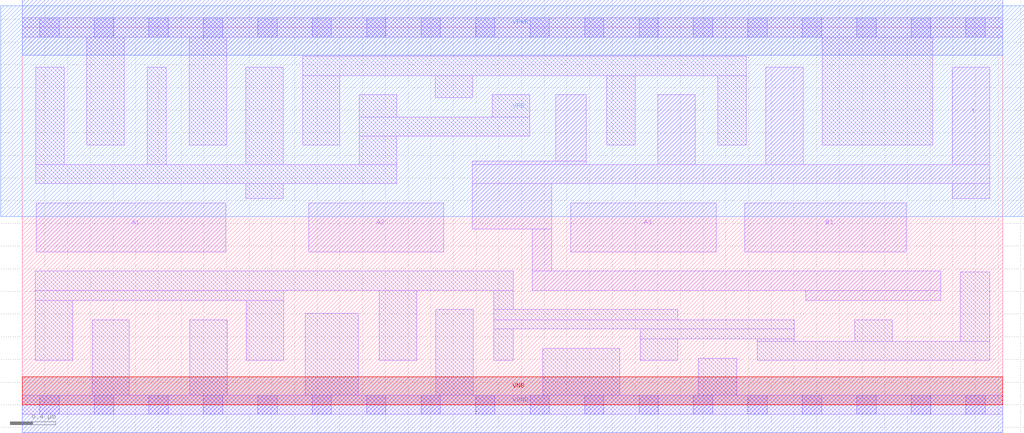
<source format=lef>
# Copyright 2020 The SkyWater PDK Authors
#
# Licensed under the Apache License, Version 2.0 (the "License");
# you may not use this file except in compliance with the License.
# You may obtain a copy of the License at
#
#     https://www.apache.org/licenses/LICENSE-2.0
#
# Unless required by applicable law or agreed to in writing, software
# distributed under the License is distributed on an "AS IS" BASIS,
# WITHOUT WARRANTIES OR CONDITIONS OF ANY KIND, either express or implied.
# See the License for the specific language governing permissions and
# limitations under the License.
#
# SPDX-License-Identifier: Apache-2.0

VERSION 5.7 ;
  NOWIREEXTENSIONATPIN ON ;
  DIVIDERCHAR "/" ;
  BUSBITCHARS "[]" ;
MACRO sky130_fd_sc_ms__o31ai_4
  CLASS CORE ;
  FOREIGN sky130_fd_sc_ms__o31ai_4 ;
  ORIGIN  0.000000  0.000000 ;
  SIZE  8.640000 BY  3.330000 ;
  SYMMETRY X Y ;
  SITE unit ;
  PIN A1
    ANTENNAGATEAREA  1.250400 ;
    DIRECTION INPUT ;
    USE SIGNAL ;
    PORT
      LAYER li1 ;
        RECT 0.125000 1.350000 1.795000 1.780000 ;
    END
  END A1
  PIN A2
    ANTENNAGATEAREA  1.250400 ;
    DIRECTION INPUT ;
    USE SIGNAL ;
    PORT
      LAYER li1 ;
        RECT 2.525000 1.350000 3.715000 1.780000 ;
    END
  END A2
  PIN A3
    ANTENNAGATEAREA  1.250400 ;
    DIRECTION INPUT ;
    USE SIGNAL ;
    PORT
      LAYER li1 ;
        RECT 4.835000 1.350000 6.115000 1.780000 ;
    END
  END A3
  PIN B1
    ANTENNAGATEAREA  0.847200 ;
    DIRECTION INPUT ;
    USE SIGNAL ;
    PORT
      LAYER li1 ;
        RECT 6.365000 1.350000 7.790000 1.780000 ;
    END
  END B1
  PIN Y
    ANTENNADIFFAREA  1.702400 ;
    DIRECTION OUTPUT ;
    USE SIGNAL ;
    PORT
      LAYER li1 ;
        RECT 3.965000 1.550000 4.665000 1.950000 ;
        RECT 3.965000 1.950000 8.525000 2.120000 ;
        RECT 3.965000 2.120000 4.970000 2.150000 ;
        RECT 4.495000 1.010000 8.095000 1.180000 ;
        RECT 4.495000 1.180000 4.665000 1.550000 ;
        RECT 4.700000 2.150000 4.970000 2.735000 ;
        RECT 5.600000 2.120000 5.930000 2.735000 ;
        RECT 6.550000 2.120000 6.880000 2.980000 ;
        RECT 6.905000 0.920000 8.095000 1.010000 ;
        RECT 8.195000 1.820000 8.525000 1.950000 ;
        RECT 8.195000 2.120000 8.525000 2.980000 ;
    END
  END Y
  PIN VGND
    DIRECTION INOUT ;
    USE GROUND ;
    PORT
      LAYER met1 ;
        RECT 0.000000 -0.245000 8.640000 0.245000 ;
    END
  END VGND
  PIN VNB
    DIRECTION INOUT ;
    USE GROUND ;
    PORT
      LAYER pwell ;
        RECT 0.000000 0.000000 8.640000 0.245000 ;
    END
  END VNB
  PIN VPB
    DIRECTION INOUT ;
    USE POWER ;
    PORT
      LAYER nwell ;
        RECT -0.190000 1.660000 8.830000 3.520000 ;
    END
  END VPB
  PIN VPWR
    DIRECTION INOUT ;
    USE POWER ;
    PORT
      LAYER met1 ;
        RECT 0.000000 3.085000 8.640000 3.575000 ;
    END
  END VPWR
  OBS
    LAYER li1 ;
      RECT 0.000000 -0.085000 8.640000 0.085000 ;
      RECT 0.000000  3.245000 8.640000 3.415000 ;
      RECT 0.115000  0.390000 0.445000 0.920000 ;
      RECT 0.115000  0.920000 2.305000 1.010000 ;
      RECT 0.115000  1.010000 4.325000 1.180000 ;
      RECT 0.120000  1.950000 3.300000 2.120000 ;
      RECT 0.120000  2.120000 0.370000 2.980000 ;
      RECT 0.570000  2.290000 0.900000 3.245000 ;
      RECT 0.615000  0.085000 0.945000 0.750000 ;
      RECT 1.100000  2.120000 1.270000 2.980000 ;
      RECT 1.470000  2.290000 1.800000 3.245000 ;
      RECT 1.475000  0.085000 1.805000 0.750000 ;
      RECT 1.970000  1.820000 2.300000 1.950000 ;
      RECT 1.970000  2.120000 2.300000 2.980000 ;
      RECT 1.975000  0.390000 2.305000 0.920000 ;
      RECT 2.470000  2.290000 2.800000 2.905000 ;
      RECT 2.470000  2.905000 6.380000 3.075000 ;
      RECT 2.495000  0.085000 2.960000 0.805000 ;
      RECT 2.970000  2.120000 3.300000 2.370000 ;
      RECT 2.970000  2.370000 4.470000 2.540000 ;
      RECT 2.970000  2.540000 3.300000 2.735000 ;
      RECT 3.145000  0.390000 3.475000 1.010000 ;
      RECT 3.640000  2.710000 3.970000 2.905000 ;
      RECT 3.645000  0.085000 3.975000 0.840000 ;
      RECT 4.140000  2.540000 4.470000 2.735000 ;
      RECT 4.155000  0.390000 4.325000 0.670000 ;
      RECT 4.155000  0.670000 6.805000 0.750000 ;
      RECT 4.155000  0.750000 5.775000 0.840000 ;
      RECT 4.155000  0.840000 4.325000 1.010000 ;
      RECT 4.585000  0.085000 5.265000 0.500000 ;
      RECT 5.150000  2.290000 5.400000 2.905000 ;
      RECT 5.445000  0.390000 5.775000 0.580000 ;
      RECT 5.445000  0.580000 6.805000 0.670000 ;
      RECT 5.955000  0.085000 6.295000 0.410000 ;
      RECT 6.130000  2.290000 6.380000 2.905000 ;
      RECT 6.475000  0.390000 8.525000 0.560000 ;
      RECT 6.475000  0.560000 6.805000 0.580000 ;
      RECT 7.050000  2.290000 8.025000 3.245000 ;
      RECT 7.335000  0.560000 7.665000 0.750000 ;
      RECT 8.265000  0.560000 8.525000 1.170000 ;
    LAYER mcon ;
      RECT 0.155000 -0.085000 0.325000 0.085000 ;
      RECT 0.155000  3.245000 0.325000 3.415000 ;
      RECT 0.635000 -0.085000 0.805000 0.085000 ;
      RECT 0.635000  3.245000 0.805000 3.415000 ;
      RECT 1.115000 -0.085000 1.285000 0.085000 ;
      RECT 1.115000  3.245000 1.285000 3.415000 ;
      RECT 1.595000 -0.085000 1.765000 0.085000 ;
      RECT 1.595000  3.245000 1.765000 3.415000 ;
      RECT 2.075000 -0.085000 2.245000 0.085000 ;
      RECT 2.075000  3.245000 2.245000 3.415000 ;
      RECT 2.555000 -0.085000 2.725000 0.085000 ;
      RECT 2.555000  3.245000 2.725000 3.415000 ;
      RECT 3.035000 -0.085000 3.205000 0.085000 ;
      RECT 3.035000  3.245000 3.205000 3.415000 ;
      RECT 3.515000 -0.085000 3.685000 0.085000 ;
      RECT 3.515000  3.245000 3.685000 3.415000 ;
      RECT 3.995000 -0.085000 4.165000 0.085000 ;
      RECT 3.995000  3.245000 4.165000 3.415000 ;
      RECT 4.475000 -0.085000 4.645000 0.085000 ;
      RECT 4.475000  3.245000 4.645000 3.415000 ;
      RECT 4.955000 -0.085000 5.125000 0.085000 ;
      RECT 4.955000  3.245000 5.125000 3.415000 ;
      RECT 5.435000 -0.085000 5.605000 0.085000 ;
      RECT 5.435000  3.245000 5.605000 3.415000 ;
      RECT 5.915000 -0.085000 6.085000 0.085000 ;
      RECT 5.915000  3.245000 6.085000 3.415000 ;
      RECT 6.395000 -0.085000 6.565000 0.085000 ;
      RECT 6.395000  3.245000 6.565000 3.415000 ;
      RECT 6.875000 -0.085000 7.045000 0.085000 ;
      RECT 6.875000  3.245000 7.045000 3.415000 ;
      RECT 7.355000 -0.085000 7.525000 0.085000 ;
      RECT 7.355000  3.245000 7.525000 3.415000 ;
      RECT 7.835000 -0.085000 8.005000 0.085000 ;
      RECT 7.835000  3.245000 8.005000 3.415000 ;
      RECT 8.315000 -0.085000 8.485000 0.085000 ;
      RECT 8.315000  3.245000 8.485000 3.415000 ;
  END
END sky130_fd_sc_ms__o31ai_4
END LIBRARY

</source>
